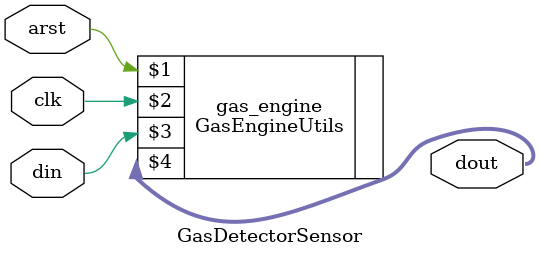
<source format=v>
`timescale 1ns / 1ns
module GasDetectorSensor (
	input        arst     , // async reset
	input        clk      , // clock posedge
	input        din      , // input data 
	output [2:0] dout       // output data
);

	GasEngineUtils gas_engine (arst, clk, din, dout);

endmodule

</source>
